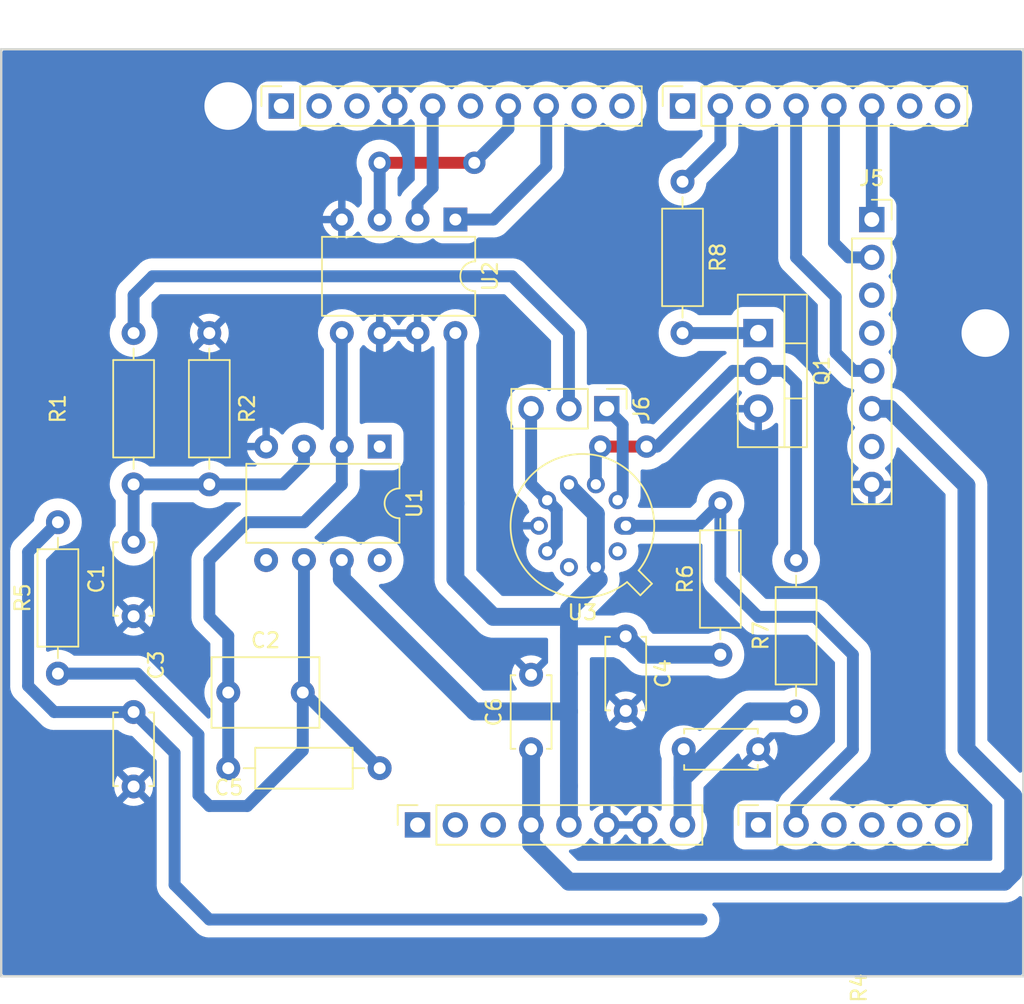
<source format=kicad_pcb>
(kicad_pcb (version 20221018) (generator pcbnew)
  (title_block (date "mar. 31 mars 2015"))
  (layers (0 "F.Cu" signal) (31 "B.Cu" signal) (34 "B.Paste" user) (35 "F.Paste" user) (36 "B.SilkS" user "B.Silkscreen") (37 "F.SilkS" user "F.Silkscreen") (38 "B.Mask" user) (39 "F.Mask" user) (44 "Edge.Cuts" user))
  (net 0 "")
  (net 1 "GND")
  (net 3 "+5V")
  (net 4 "/IOREF")
  (net 5 "+3.3V")
  (net 6 "SCK")
  (net 7 "/A2")
  (net 8 "/A3")
  (net 9 "/SDA{slash}A4")
  (net 10 "/SCL{slash}A5")
  (net 11 "MOSI")
  (net 12 "/12")
  (net 13 "/AREF")
  (net 14 "/8")
  (net 15 "/7")
  (net 16 "CS")
  (net 17 "ADC")
  (net 18 "/*9")
  (net 19 "VTEMP")
  (net 20 "PWM")
  (net 21 "RST")
  (net 22 "/*5")
  (net 23 "/TX{slash}1")
  (net 24 "TX")
  (net 25 "/RX{slash}0")
  (net 26 "RX")
  (net 27 "VCC")
  (net 28 "/~{RESET}")
  (net 32 "ISENS1")
  (net 33 "Net-(J6-Pin_2)")
  (net 34 "ISENS2")
  (net 35 "Net-(Q1-G)")
  (net 36 "VHEAT")
  (net 38 "R3")
  (net 39 "Net-(U1-+)")
  (net 41 "Net-(C2-Pad2)")
  (footprint "Connector_PinSocket_2.54mm:PinSocket_1x08_P2.54mm_Vertical" (layer "F.Cu") (at 127.94 97.46 90)
    (fp_text reference "J1" hide)
    (fp_text value "Power")
    (fp_line (start -1.33 1.27) (end -1.33 19.11) (stroke (width 0.12)) (layer "F.SilkS"))
    (fp_line (start -1.33 1.27) (end 1.33 1.27) (stroke (width 0.12)) (layer "F.SilkS"))
    (fp_line (start -1.33 19.11) (end 1.33 19.11) (stroke (width 0.12)) (layer "F.SilkS"))
    (fp_line (start 0 -1.33) (end 1.33 -1.33) (stroke (width 0.12)) (layer "F.SilkS"))
    (fp_line (start 1.33 -1.33) (end 1.33 0) (stroke (width 0.12)) (layer "F.SilkS"))
    (fp_line (start 1.33 1.27) (end 1.33 19.11) (stroke (width 0.12)) (layer "F.SilkS"))
    (pad "1" thru_hole rect locked (at 0 0 90) (size 1.7 1.7) (drill 1) (layers "*.Cu" "*.Mask"))
    (pad "2" thru_hole oval locked (at 0 2.54 90) (size 1.7 1.7) (drill 1) (layers "*.Cu" "*.Mask") (net 4 "/IOREF"))
    (pad "3" thru_hole oval locked (at 0 5.08 90) (size 1.7 1.7) (drill 1) (layers "*.Cu" "*.Mask") (net 28 "/~{RESET}"))
    (pad "4" thru_hole oval locked (at 0 7.62 90) (size 1.7 1.7) (drill 1) (layers "*.Cu" "*.Mask") (net 5 "+3.3V"))
    (pad "5" thru_hole oval locked (at 0 10.16 90) (size 1.7 1.7) (drill 1) (layers "*.Cu" "*.Mask") (net 3 "+5V"))
    (pad "6" thru_hole oval locked (at 0 12.7 90) (size 1.7 1.7) (drill 1) (layers "*.Cu" "*.Mask") (net 1 "GND"))
    (pad "7" thru_hole oval locked (at 0 15.24 90) (size 1.7 1.7) (drill 1) (layers "*.Cu" "*.Mask") (net 1 "GND"))
    (pad "8" thru_hole oval locked (at 0 17.78 90) (size 1.7 1.7) (drill 1) (layers "*.Cu" "*.Mask") (net 27 "VCC"))
  )
  (footprint "Connector_PinSocket_2.54mm:PinSocket_1x06_P2.54mm_Vertical" (layer "F.Cu") (at 150.8 97.46 90)
    (fp_text reference "J3" hide)
    (fp_text value "Analog")
    (fp_line (start -1.33 1.27) (end -1.33 14.03) (stroke (width 0.12)) (layer "F.SilkS"))
    (fp_line (start -1.33 1.27) (end 1.33 1.27) (stroke (width 0.12)) (layer "F.SilkS"))
    (fp_line (start -1.33 14.03) (end 1.33 14.03) (stroke (width 0.12)) (layer "F.SilkS"))
    (fp_line (start 0 -1.33) (end 1.33 -1.33) (stroke (width 0.12)) (layer "F.SilkS"))
    (fp_line (start 1.33 -1.33) (end 1.33 0) (stroke (width 0.12)) (layer "F.SilkS"))
    (fp_line (start 1.33 1.27) (end 1.33 14.03) (stroke (width 0.12)) (layer "F.SilkS"))
    (pad "1" thru_hole rect locked (at 0 0 90) (size 1.7 1.7) (drill 1) (layers "*.Cu" "*.Mask") (net 17 "ADC"))
    (pad "2" thru_hole oval locked (at 0 2.54 90) (size 1.7 1.7) (drill 1) (layers "*.Cu" "*.Mask") (net 19 "VTEMP"))
    (pad "3" thru_hole oval locked (at 0 5.08 90) (size 1.7 1.7) (drill 1) (layers "*.Cu" "*.Mask") (net 7 "/A2"))
    (pad "4" thru_hole oval locked (at 0 7.62 90) (size 1.7 1.7) (drill 1) (layers "*.Cu" "*.Mask") (net 8 "/A3"))
    (pad "5" thru_hole oval locked (at 0 10.16 90) (size 1.7 1.7) (drill 1) (layers "*.Cu" "*.Mask") (net 9 "/SDA{slash}A4"))
    (pad "6" thru_hole oval locked (at 0 12.7 90) (size 1.7 1.7) (drill 1) (layers "*.Cu" "*.Mask") (net 10 "/SCL{slash}A5"))
  )
  (footprint "Connector_PinSocket_2.54mm:PinSocket_1x10_P2.54mm_Vertical" (layer "F.Cu") (at 118.796 49.2 90)
    (fp_text reference "J2" hide)
    (fp_text value "Digital/PWM")
    (fp_line (start -1.33 1.27) (end -1.33 24.19) (stroke (width 0.12)) (layer "F.SilkS"))
    (fp_line (start -1.33 1.27) (end 1.33 1.27) (stroke (width 0.12)) (layer "F.SilkS"))
    (fp_line (start -1.33 24.19) (end 1.33 24.19) (stroke (width 0.12)) (layer "F.SilkS"))
    (fp_line (start 0 -1.33) (end 1.33 -1.33) (stroke (width 0.12)) (layer "F.SilkS"))
    (fp_line (start 1.33 -1.33) (end 1.33 0) (stroke (width 0.12)) (layer "F.SilkS"))
    (fp_line (start 1.33 1.27) (end 1.33 24.19) (stroke (width 0.12)) (layer "F.SilkS"))
    (pad "1" thru_hole rect locked (at 0 0 90) (size 1.7 1.7) (drill 1) (layers "*.Cu" "*.Mask") (net 10 "/SCL{slash}A5"))
    (pad "2" thru_hole oval locked (at 0 2.54 90) (size 1.7 1.7) (drill 1) (layers "*.Cu" "*.Mask") (net 9 "/SDA{slash}A4"))
    (pad "3" thru_hole oval locked (at 0 5.08 90) (size 1.7 1.7) (drill 1) (layers "*.Cu" "*.Mask") (net 13 "/AREF"))
    (pad "4" thru_hole oval locked (at 0 7.62 90) (size 1.7 1.7) (drill 1) (layers "*.Cu" "*.Mask") (net 1 "GND"))
    (pad "5" thru_hole oval locked (at 0 10.16 90) (size 1.7 1.7) (drill 1) (layers "*.Cu" "*.Mask") (net 6 "SCK"))
    (pad "6" thru_hole oval locked (at 0 12.7 90) (size 1.7 1.7) (drill 1) (layers "*.Cu" "*.Mask") (net 12 "/12"))
    (pad "7" thru_hole oval locked (at 0 15.24 90) (size 1.7 1.7) (drill 1) (layers "*.Cu" "*.Mask") (net 11 "MOSI"))
    (pad "8" thru_hole oval locked (at 0 17.78 90) (size 1.7 1.7) (drill 1) (layers "*.Cu" "*.Mask") (net 16 "CS"))
    (pad "9" thru_hole oval locked (at 0 20.32 90) (size 1.7 1.7) (drill 1) (layers "*.Cu" "*.Mask") (net 18 "/*9"))
    (pad "10" thru_hole oval locked (at 0 22.86 90) (size 1.7 1.7) (drill 1) (layers "*.Cu" "*.Mask") (net 14 "/8"))
  )
  (footprint "Connector_PinSocket_2.54mm:PinSocket_1x08_P2.54mm_Vertical" (layer "F.Cu") (at 145.72 49.2 90)
    (fp_text reference "J4" hide)
    (fp_text value "Digital/PWM")
    (fp_line (start -1.33 1.27) (end -1.33 19.11) (stroke (width 0.12)) (layer "F.SilkS"))
    (fp_line (start -1.33 1.27) (end 1.33 1.27) (stroke (width 0.12)) (layer "F.SilkS"))
    (fp_line (start -1.33 19.11) (end 1.33 19.11) (stroke (width 0.12)) (layer "F.SilkS"))
    (fp_line (start 0 -1.33) (end 1.33 -1.33) (stroke (width 0.12)) (layer "F.SilkS"))
    (fp_line (start 1.33 -1.33) (end 1.33 0) (stroke (width 0.12)) (layer "F.SilkS"))
    (fp_line (start 1.33 1.27) (end 1.33 19.11) (stroke (width 0.12)) (layer "F.SilkS"))
    (pad "1" thru_hole rect locked (at 0 0 90) (size 1.7 1.7) (drill 1) (layers "*.Cu" "*.Mask") (net 15 "/7"))
    (pad "2" thru_hole oval locked (at 0 2.54 90) (size 1.7 1.7) (drill 1) (layers "*.Cu" "*.Mask") (net 20 "PWM"))
    (pad "3" thru_hole oval locked (at 0 5.08 90) (size 1.7 1.7) (drill 1) (layers "*.Cu" "*.Mask") (net 22 "/*5"))
    (pad "4" thru_hole oval locked (at 0 7.62 90) (size 1.7 1.7) (drill 1) (layers "*.Cu" "*.Mask") (net 21 "RST"))
    (pad "5" thru_hole oval locked (at 0 10.16 90) (size 1.7 1.7) (drill 1) (layers "*.Cu" "*.Mask") (net 24 "TX"))
    (pad "6" thru_hole oval locked (at 0 12.7 90) (size 1.7 1.7) (drill 1) (layers "*.Cu" "*.Mask") (net 26 "RX"))
    (pad "7" thru_hole oval locked (at 0 15.24 90) (size 1.7 1.7) (drill 1) (layers "*.Cu" "*.Mask") (net 23 "/TX{slash}1"))
    (pad "8" thru_hole oval locked (at 0 17.78 90) (size 1.7 1.7) (drill 1) (layers "*.Cu" "*.Mask") (net 25 "/RX{slash}0"))
  )
  (footprint "Package_TO_SOT_THT:TO-220-3_Vertical" (layer "F.Cu") (at 150.8 64.44 -90)
    (fp_text reference "Q1" (at 2.54 -4.27 90) (layer "F.SilkS"))
    (fp_text value "IRF540N")
    (fp_line (start -2.58 -3.27) (end -2.58 1.371) (stroke (width 0.12)) (layer "F.SilkS"))
    (fp_line (start -2.58 -3.27) (end 7.66 -3.27) (stroke (width 0.12)) (layer "F.SilkS"))
    (fp_line (start -2.58 -1.76) (end 7.66 -1.76) (stroke (width 0.12)) (layer "F.SilkS"))
    (fp_line (start -2.58 1.371) (end 7.66 1.371) (stroke (width 0.12)) (layer "F.SilkS"))
    (fp_line (start 0.69 -3.27) (end 0.69 -1.76) (stroke (width 0.12)) (layer "F.SilkS"))
    (fp_line (start 4.391 -3.27) (end 4.391 -1.76) (stroke (width 0.12)) (layer "F.SilkS"))
    (fp_line (start 7.66 -3.27) (end 7.66 1.371) (stroke (width 0.12)) (layer "F.SilkS"))
    (pad "1" thru_hole rect (at 0 0 270) (size 1.905 2) (drill 1.1) (layers "*.Cu" "*.Mask") (net 35 "Net-(Q1-G)"))
    (pad "2" thru_hole oval (at 2.54 0 270) (size 1.905 2) (drill 1.1) (layers "*.Cu" "*.Mask") (net 36 "VHEAT"))
    (pad "3" thru_hole oval (at 5.08 0 270) (size 1.905 2) (drill 1.1) (layers "*.Cu" "*.Mask") (net 1 "GND"))
  )
  (footprint "Capacitor_THT:C_Rect_L7.0mm_W4.5mm_P5.00mm" (layer "F.Cu") (at 115.24 88.57)
    (fp_text reference "C2" (at 2.5 -3.5) (layer "F.SilkS"))
    (fp_text value "1u")
    (fp_line (start -1.12 -2.37) (end -1.12 2.37) (stroke (width 0.12)) (layer "F.SilkS"))
    (fp_line (start -1.12 -2.37) (end 6.12 -2.37) (stroke (width 0.12)) (layer "F.SilkS"))
    (fp_line (start -1.12 2.37) (end 6.12 2.37) (stroke (width 0.12)) (layer "F.SilkS"))
    (fp_line (start 6.12 -2.37) (end 6.12 2.37) (stroke (width 0.12)) (layer "F.SilkS"))
    (pad "1" thru_hole circle (at 0 0) (size 1.6 1.6) (drill 0.8) (layers "*.Cu" "*.Mask") (net 38 "R3"))
    (pad "2" thru_hole circle (at 5 0) (size 1.6 1.6) (drill 0.8) (layers "*.Cu" "*.Mask") (net 41 "Net-(C2-Pad2)"))
  )
  (footprint "Resistor_THT:R_Axial_DIN0207_L6.3mm_D2.5mm_P10.16mm_Horizontal" (layer "F.Cu") (at 115.24 93.65)
    (fp_text reference "R4" (at 42.32 14.76 90) (layer "F.SilkS"))
    (fp_text value "100k")
    (fp_line (start 1.04 0) (end 1.81 0) (stroke (width 0.12)) (layer "F.SilkS"))
    (fp_line (start 1.81 -1.37) (end 1.81 1.37) (stroke (width 0.12)) (layer "F.SilkS"))
    (fp_line (start 1.81 1.37) (end 8.35 1.37) (stroke (width 0.12)) (layer "F.SilkS"))
    (fp_line (start 8.35 -1.37) (end 1.81 -1.37) (stroke (width 0.12)) (layer "F.SilkS"))
    (fp_line (start 8.35 1.37) (end 8.35 -1.37) (stroke (width 0.12)) (layer "F.SilkS"))
    (fp_line (start 9.12 0) (end 8.35 0) (stroke (width 0.12)) (layer "F.SilkS"))
    (pad "1" thru_hole circle (at 0 0) (size 1.6 1.6) (drill 0.8) (layers "*.Cu" "*.Mask") (net 38 "R3"))
    (pad "2" thru_hole oval (at 10.16 0) (size 1.6 1.6) (drill 0.8) (layers "*.Cu" "*.Mask") (net 41 "Net-(C2-Pad2)"))
  )
  (footprint "Capacitor_THT:C_Disc_D4.7mm_W2.5mm_P5.00mm" (layer "F.Cu") (at 135.56 92.38 90)
    (fp_text reference "C6" (at 2.5 -2.5 90) (layer "F.SilkS"))
    (fp_text value "100n")
    (fp_line (start 0.03 -1.37) (end 0.03 -1.055) (stroke (width 0.12)) (layer "F.SilkS"))
    (fp_line (start 0.03 -1.37) (end 4.97 -1.37) (stroke (width 0.12)) (layer "F.SilkS"))
    (fp_line (start 0.03 1.055) (end 0.03 1.37) (stroke (width 0.12)) (layer "F.SilkS"))
    (fp_line (start 0.03 1.37) (end 4.97 1.37) (stroke (width 0.12)) (layer "F.SilkS"))
    (fp_line (start 4.97 -1.37) (end 4.97 -1.055) (stroke (width 0.12)) (layer "F.SilkS"))
    (fp_line (start 4.97 1.055) (end 4.97 1.37) (stroke (width 0.12)) (layer "F.SilkS"))
    (pad "1" thru_hole circle (at 0 0 90) (size 1.6 1.6) (drill 0.8) (layers "*.Cu" "*.Mask") (net 5 "+3.3V"))
    (pad "2" thru_hole circle (at 5 0 90) (size 1.6 1.6) (drill 0.8) (layers "*.Cu" "*.Mask") (net 1 "GND"))
  )
  (footprint "Package_DIP:DIP-8_W7.62mm" (layer "F.Cu") (at 130.48 56.82 -90)
    (fp_text reference "U2" (at 3.81 -2.33 90) (layer "F.SilkS"))
    (fp_text value "MCP41100")
    (fp_line (start 1.16 -1.33) (end 1.16 8.95) (stroke (width 0.12)) (layer "F.SilkS"))
    (fp_line (start 1.16 8.95) (end 6.46 8.95) (stroke (width 0.12)) (layer "F.SilkS"))
    (fp_line (start 2.81 -1.33) (end 1.16 -1.33) (stroke (width 0.12)) (layer "F.SilkS"))
    (fp_line (start 6.46 -1.33) (end 4.81 -1.33) (stroke (width 0.12)) (layer "F.SilkS"))
    (fp_line (start 6.46 8.95) (end 6.46 -1.33) (stroke (width 0.12)) (layer "F.SilkS"))
    (fp_arc (start 4.81 -1.33) (mid 3.81 -0.33) (end 2.81 -1.33) (stroke (width 0.12)) (layer "F.SilkS"))
    (pad "1" thru_hole rect (at 0 0 270) (size 1.6 1.6) (drill 0.8) (layers "*.Cu" "*.Mask") (net 16 "CS"))
    (pad "2" thru_hole oval (at 0 2.54 270) (size 1.6 1.6) (drill 0.8) (layers "*.Cu" "*.Mask") (net 6 "SCK"))
    (pad "3" thru_hole oval (at 0 5.08 270) (size 1.6 1.6) (drill 0.8) (layers "*.Cu" "*.Mask") (net 11 "MOSI"))
    (pad "4" thru_hole oval (at 0 7.62 270) (size 1.6 1.6) (drill 0.8) (layers "*.Cu" "*.Mask") (net 1 "GND"))
    (pad "5" thru_hole oval (at 7.62 7.62 270) (size 1.6 1.6) (drill 0.8) (layers "*.Cu" "*.Mask") (net 38 "R3"))
    (pad "6" thru_hole oval (at 7.62 5.08 270) (size 1.6 1.6) (drill 0.8) (layers "*.Cu" "*.Mask") (net 1 "GND"))
    (pad "7" thru_hole oval (at 7.62 2.54 270) (size 1.6 1.6) (drill 0.8) (layers "*.Cu" "*.Mask") (net 1 "GND"))
    (pad "8" thru_hole oval (at 7.62 0 270) (size 1.6 1.6) (drill 0.8) (layers "*.Cu" "*.Mask") (net 3 "+5V"))
  )
  (footprint "Capacitor_THT:C_Disc_D4.7mm_W2.5mm_P5.00mm" (layer "F.Cu") (at 108.89 83.45 90)
    (fp_text reference "C1" (at 2.5 -2.5 90) (layer "F.SilkS"))
    (fp_text value "100n")
    (fp_line (start 0.03 -1.37) (end 0.03 -1.055) (stroke (width 0.12)) (layer "F.SilkS"))
    (fp_line (start 0.03 -1.37) (end 4.97 -1.37) (stroke (width 0.12)) (layer "F.SilkS"))
    (fp_line (start 0.03 1.055) (end 0.03 1.37) (stroke (width 0.12)) (layer "F.SilkS"))
    (fp_line (start 0.03 1.37) (end 4.97 1.37) (stroke (width 0.12)) (layer "F.SilkS"))
    (fp_line (start 4.97 -1.37) (end 4.97 -1.055) (stroke (width 0.12)) (layer "F.SilkS"))
    (fp_line (start 4.97 1.055) (end 4.97 1.37) (stroke (width 0.12)) (layer "F.SilkS"))
    (pad "1" thru_hole circle (at 0 0 90) (size 1.6 1.6) (drill 0.8) (layers "*.Cu" "*.Mask") (net 1 "GND"))
    (pad "2" thru_hole circle (at 5 0 90) (size 1.6 1.6) (drill 0.8) (layers "*.Cu" "*.Mask") (net 39 "Net-(U1-+)"))
  )
  (footprint "Resistor_THT:R_Axial_DIN0207_L6.3mm_D2.5mm_P10.16mm_Horizontal" (layer "F.Cu") (at 145.72 54.28 -90)
    (fp_text reference "R8" (at 5.08 -2.37 90) (layer "F.SilkS"))
    (fp_text value "1k")
    (fp_line (start 1.04 0) (end 1.81 0) (stroke (width 0.12)) (layer "F.SilkS"))
    (fp_line (start 1.81 -1.37) (end 1.81 1.37) (stroke (width 0.12)) (layer "F.SilkS"))
    (fp_line (start 1.81 1.37) (end 8.35 1.37) (stroke (width 0.12)) (layer "F.SilkS"))
    (fp_line (start 8.35 -1.37) (end 1.81 -1.37) (stroke (width 0.12)) (layer "F.SilkS"))
    (fp_line (start 8.35 1.37) (end 8.35 -1.37) (stroke (width 0.12)) (layer "F.SilkS"))
    (fp_line (start 9.12 0) (end 8.35 0) (stroke (width 0.12)) (layer "F.SilkS"))
    (pad "1" thru_hole circle (at 0 0 270) (size 1.6 1.6) (drill 0.8) (layers "*.Cu" "*.Mask") (net 20 "PWM"))
    (pad "2" thru_hole oval (at 10.16 0 270) (size 1.6 1.6) (drill 0.8) (layers "*.Cu" "*.Mask") (net 35 "Net-(Q1-G)"))
  )
  (footprint "Arduino_MountingHole:MountingHole_3.2mm" (layer "F.Cu") (at 115.24 49.2)
    (fp_text reference "MH1" hide)
    (fp_text value "MountingHole_3.2mm" hide)
    (pad "" np_thru_hole circle locked (at 0 0) (size 3.2 3.2) (drill 3.2) (layers "*.Cu" "*.Mask"))
  )
  (footprint "Package_DIP:DIP-8_W7.62mm" (layer "F.Cu") (at 125.4 72.06 -90)
    (fp_text reference "U1" (at 3.81 -2.33 90) (layer "F.SilkS"))
    (fp_text value "LTC1050")
    (fp_line (start 1.16 -1.33) (end 1.16 8.95) (stroke (width 0.12)) (layer "F.SilkS"))
    (fp_line (start 1.16 8.95) (end 6.46 8.95) (stroke (width 0.12)) (layer "F.SilkS"))
    (fp_line (start 2.81 -1.33) (end 1.16 -1.33) (stroke (width 0.12)) (layer "F.SilkS"))
    (fp_line (start 6.46 -1.33) (end 4.81 -1.33) (stroke (width 0.12)) (layer "F.SilkS"))
    (fp_line (start 6.46 8.95) (end 6.46 -1.33) (stroke (width 0.12)) (layer "F.SilkS"))
    (fp_arc (start 4.81 -1.33) (mid 3.81 -0.33) (end 2.81 -1.33) (stroke (width 0.12)) (layer "F.SilkS"))
    (pad "1" thru_hole rect (at 0 0 270) (size 1.6 1.6) (drill 0.8) (layers "*.Cu" "*.Mask"))
    (pad "2" thru_hole oval (at 0 2.54 270) (size 1.6 1.6) (drill 0.8) (layers "*.Cu" "*.Mask") (net 38 "R3"))
    (pad "3" thru_hole oval (at 0 5.08 270) (size 1.6 1.6) (drill 0.8) (layers "*.Cu" "*.Mask") (net 39 "Net-(U1-+)"))
    (pad "4" thru_hole oval (at 0 7.62 270) (size 1.6 1.6) (drill 0.8) (layers "*.Cu" "*.Mask") (net 1 "GND"))
    (pad "5" thru_hole oval (at 7.62 7.62 270) (size 1.6 1.6) (drill 0.8) (layers "*.Cu" "*.Mask"))
    (pad "6" thru_hole oval (at 7.62 5.08 270) (size 1.6 1.6) (drill 0.8) (layers "*.Cu" "*.Mask") (net 41 "Net-(C2-Pad2)"))
    (pad "7" thru_hole oval (at 7.62 2.54 270) (size 1.6 1.6) (drill 0.8) (layers "*.Cu" "*.Mask") (net 3 "+5V"))
    (pad "8" thru_hole oval (at 7.62 0 270) (size 1.6 1.6) (drill 0.8) (layers "*.Cu" "*.Mask"))
  )
  (footprint "Resistor_THT:R_Axial_DIN0207_L6.3mm_D2.5mm_P10.16mm_Horizontal" (layer "F.Cu") (at 108.89 64.44 -90)
    (fp_text reference "R1" (at 5.08 5.08 90) (layer "F.SilkS"))
    (fp_text value "10k")
    (fp_line (start 1.04 0) (end 1.81 0) (stroke (width 0.12)) (layer "F.SilkS"))
    (fp_line (start 1.81 -1.37) (end 1.81 1.37) (stroke (width 0.12)) (layer "F.SilkS"))
    (fp_line (start 1.81 1.37) (end 8.35 1.37) (stroke (width 0.12)) (layer "F.SilkS"))
    (fp_line (start 8.35 -1.37) (end 1.81 -1.37) (stroke (width 0.12)) (layer "F.SilkS"))
    (fp_line (start 8.35 1.37) (end 8.35 -1.37) (stroke (width 0.12)) (layer "F.SilkS"))
    (fp_line (start 9.12 0) (end 8.35 0) (stroke (width 0.12)) (layer "F.SilkS"))
    (pad "1" thru_hole circle (at 0 0 270) (size 1.6 1.6) (drill 0.8) (layers "*.Cu" "*.Mask") (net 33 "Net-(J6-Pin_2)"))
    (pad "2" thru_hole oval (at 10.16 0 270) (size 1.6 1.6) (drill 0.8) (layers "*.Cu" "*.Mask") (net 39 "Net-(U1-+)"))
  )
  (footprint "Capacitor_THT:C_Disc_D4.7mm_W2.5mm_P5.00mm" (layer "F.Cu") (at 145.8 92.38)
    (fp_text reference "C5" (at -30.52 2.58) (layer "F.SilkS"))
    (fp_text value "100n")
    (fp_line (start 0.03 -1.37) (end 0.03 -1.055) (stroke (width 0.12)) (layer "F.SilkS"))
    (fp_line (start 0.03 -1.37) (end 4.97 -1.37) (stroke (width 0.12)) (layer "F.SilkS"))
    (fp_line (start 0.03 1.055) (end 0.03 1.37) (stroke (width 0.12)) (layer "F.SilkS"))
    (fp_line (start 0.03 1.37) (end 4.97 1.37) (stroke (width 0.12)) (layer "F.SilkS"))
    (fp_line (start 4.97 -1.37) (end 4.97 -1.055) (stroke (width 0.12)) (layer "F.SilkS"))
    (fp_line (start 4.97 1.055) (end 4.97 1.37) (stroke (width 0.12)) (layer "F.SilkS"))
    (pad "1" thru_hole circle (at 0 0) (size 1.6 1.6) (drill 0.8) (layers "*.Cu" "*.Mask") (net 27 "VCC"))
    (pad "2" thru_hole circle (at 5 0) (size 1.6 1.6) (drill 0.8) (layers "*.Cu" "*.Mask") (net 1 "GND"))
  )
  (footprint "Resistor_THT:R_Axial_DIN0207_L6.3mm_D2.5mm_P10.16mm_Horizontal" (layer "F.Cu") (at 103.81 87.3 90)
    (fp_text reference "R5" (at 5.08 -2.37 90) (layer "F.SilkS"))
    (fp_text value "1k")
    (fp_line (start 1.04 0) (end 1.81 0) (stroke (width 0.12)) (layer "F.SilkS"))
    (fp_line (start 1.81 -1.37) (end 1.81 1.37) (stroke (width 0.12)) (layer "F.SilkS"))
    (fp_line (start 1.81 1.37) (end 8.35 1.37) (stroke (width 0.12)) (layer "F.SilkS"))
    (fp_line (start 8.35 -1.37) (end 1.81 -1.37) (stroke (width 0.12)) (layer "F.SilkS"))
    (fp_line (start 8.35 1.37) (end 8.35 -1.37) (stroke (width 0.12)) (layer "F.SilkS"))
    (fp_line (start 9.12 0) (end 8.35 0) (stroke (width 0.12)) (layer "F.SilkS"))
    (pad "1" thru_hole circle (at 0 0 90) (size 1.6 1.6) (drill 0.8) (layers "*.Cu" "*.Mask") (net 41 "Net-(C2-Pad2)"))
    (pad "2" thru_hole oval (at 10.16 0 90) (size 1.6 1.6) (drill 0.8) (layers "*.Cu" "*.Mask") (net 17 "ADC"))
  )
  (footprint "Connector_PinSocket_2.54mm:PinSocket_1x08_P2.54mm_Vertical" (layer "F.Cu") (at 158.42 56.82)
    (fp_text reference "J5" (at 0 -2.77) (layer "F.SilkS"))
    (fp_text value "Conn_01x08_Socket")
    (fp_line (start -1.33 1.27) (end -1.33 19.11) (stroke (width 0.12)) (layer "F.SilkS"))
    (fp_line (start -1.33 1.27) (end 1.33 1.27) (stroke (width 0.12)) (layer "F.SilkS"))
    (fp_line (start -1.33 19.11) (end 1.33 19.11) (stroke (width 0.12)) (layer "F.SilkS"))
    (fp_line (start 0 -1.33) (end 1.33 -1.33) (stroke (width 0.12)) (layer "F.SilkS"))
    (fp_line (start 1.33 -1.33) (end 1.33 0) (stroke (width 0.12)) (layer "F.SilkS"))
    (fp_line (start 1.33 1.27) (end 1.33 19.11) (stroke (width 0.12)) (layer "F.SilkS"))
    (pad "1" thru_hole rect (at 0 0) (size 1.7 1.7) (drill 1) (layers "*.Cu" "*.Mask") (net 26 "RX"))
    (pad "2" thru_hole oval (at 0 2.54) (size 1.7 1.7) (drill 1) (layers "*.Cu" "*.Mask") (net 24 "TX"))
    (pad "3" thru_hole oval (at 0 5.08) (size 1.7 1.7) (drill 1) (layers "*.Cu" "*.Mask"))
    (pad "4" thru_hole oval (at 0 7.62) (size 1.7 1.7) (drill 1) (layers "*.Cu" "*.Mask"))
    (pad "5" thru_hole oval (at 0 10.16) (size 1.7 1.7) (drill 1) (layers "*.Cu" "*.Mask") (net 21 "RST"))
    (pad "6" thru_hole oval (at 0 12.7) (size 1.7 1.7) (drill 1) (layers "*.Cu" "*.Mask") (net 5 "+3.3V"))
    (pad "7" thru_hole oval (at 0 15.24) (size 1.7 1.7) (drill 1) (layers "*.Cu" "*.Mask"))
    (pad "8" thru_hole oval (at 0 17.78) (size 1.7 1.7) (drill 1) (layers "*.Cu" "*.Mask") (net 1 "GND"))
  )
  (footprint "Resistor_THT:R_Axial_DIN0207_L6.3mm_D2.5mm_P10.16mm_Horizontal" (layer "F.Cu") (at 113.97 64.44 -90)
    (fp_text reference "R2" (at 5.08 -2.54 90) (layer "F.SilkS"))
    (fp_text value "100k")
    (fp_line (start 1.04 0) (end 1.81 0) (stroke (width 0.12)) (layer "F.SilkS"))
    (fp_line (start 1.81 -1.37) (end 1.81 1.37) (stroke (width 0.12)) (layer "F.SilkS"))
    (fp_line (start 1.81 1.37) (end 8.35 1.37) (stroke (width 0.12)) (layer "F.SilkS"))
    (fp_line (start 8.35 -1.37) (end 1.81 -1.37) (stroke (width 0.12)) (layer "F.SilkS"))
    (fp_line (start 8.35 1.37) (end 8.35 -1.37) (stroke (width 0.12)) (layer "F.SilkS"))
    (fp_line (start 9.12 0) (end 8.35 0) (stroke (width 0.12)) (layer "F.SilkS"))
    (pad "1" thru_hole circle (at 0 0 270) (size 1.6 1.6) (drill 0.8) (layers "*.Cu" "*.Mask") (net 1 "GND"))
    (pad "2" thru_hole oval (at 10.16 0 270) (size 1.6 1.6) (drill 0.8) (layers "*.Cu" "*.Mask") (net 39 "Net-(U1-+)"))
  )
  (footprint "Capacitor_THT:C_Disc_D4.7mm_W2.5mm_P5.00mm" (layer "F.Cu") (at 108.89 89.88 -90)
    (fp_text reference "C3" (at -3.15 -1.51 90) (layer "F.SilkS"))
    (fp_text value "100n")
    (fp_line (start 0.03 -1.37) (end 0.03 -1.055) (stroke (width 0.12)) (layer "F.SilkS"))
    (fp_line (start 0.03 -1.37) (end 4.97 -1.37) (stroke (width 0.12)) (layer "F.SilkS"))
    (fp_line (start 0.03 1.055) (end 0.03 1.37) (stroke (width 0.12)) (layer "F.SilkS"))
    (fp_line (start 0.03 1.37) (end 4.97 1.37) (stroke (width 0.12)) (layer "F.SilkS"))
    (fp_line (start 4.97 -1.37) (end 4.97 -1.055) (stroke (width 0.12)) (layer "F.SilkS"))
    (fp_line (start 4.97 1.055) (end 4.97 1.37) (stroke (width 0.12)) (layer "F.SilkS"))
    (pad "1" thru_hole circle (at 0 0 270) (size 1.6 1.6) (drill 0.8) (layers "*.Cu" "*.Mask") (net 17 "ADC"))
    (pad "2" thru_hole circle (at 5 0 270) (size 1.6 1.6) (drill 0.8) (layers "*.Cu" "*.Mask") (net 1 "GND"))
  )
  (footprint "Capacitor_THT:C_Disc_D4.7mm_W2.5mm_P5.00mm" (layer "F.Cu") (at 141.91 84.8 -90)
    (fp_text reference "C4" (at 2.5 -2.5 90) (layer "F.SilkS"))
    (fp_text value "100n")
    (fp_line (start 0.03 -1.37) (end 0.03 -1.055) (stroke (width 0.12)) (layer "F.SilkS"))
    (fp_line (start 0.03 -1.37) (end 4.97 -1.37) (stroke (width 0.12)) (layer "F.SilkS"))
    (fp_line (start 0.03 1.055) (end 0.03 1.37) (stroke (width 0.12)) (layer "F.SilkS"))
    (fp_line (start 0.03 1.37) (end 4.97 1.37) (stroke (width 0.12)) (layer "F.SilkS"))
    (fp_line (start 4.97 -1.37) (end 4.97 -1.055) (stroke (width 0.12)) (layer "F.SilkS"))
    (fp_line (start 4.97 1.055) (end 4.97 1.37) (stroke (width 0.12)) (layer "F.SilkS"))
    (pad "1" thru_hole circle (at 0 0 270) (size 1.6 1.6) (drill 0.8) (layers "*.Cu" "*.Mask") (net 3 "+5V"))
    (pad "2" thru_hole circle (at 5 0 270) (size 1.6 1.6) (drill 0.8) (layers "*.Cu" "*.Mask") (net 1 "GND"))
  )
  (footprint "Package_TO_SOT_THT:TO-5-10" (layer "F.Cu") (at 141.92233 77.377085 180)
    (fp_text reference "U3" (at 2.92 -5.82) (layer "F.SilkS"))
    (fp_text value "~")
    (fp_line (start -1.745856 -3.888039) (end -0.854902 -2.997084) (stroke (width 0.12)) (layer "F.SilkS"))
    (fp_line (start -0.968039 -4.665856) (end -1.745856 -3.888039) (stroke (width 0.12)) (layer "F.SilkS"))
    (fp_line (start -0.077084 -3.774902) (end -0.968039 -4.665856) (stroke (width 0.12)) (layer "F.SilkS"))
    (fp_arc (start -0.077084 -3.774902) (mid 6.328125 3.408384) (end -0.854674 -2.997371) (stroke (width 0.12)) (layer "F.SilkS"))
    (pad "1" thru_hole oval (at 0 0 180) (size 1.6 1.2) (drill 0.7) (layers "*.Cu" "*.Mask") (net 19 "VTEMP"))
    (pad "2" thru_hole oval (at 0.55767 1.716333 180) (size 1.2 1.2) (drill 0.7) (layers "*.Cu" "*.Mask") (net 32 "ISENS1"))
    (pad "3" thru_hole oval (at 2.01767 2.777085 180) (size 1.2 1.2) (drill 0.7) (layers "*.Cu" "*.Mask") (net 36 "VHEAT"))
    (pad "4" thru_hole oval (at 3.82233 2.777085 180) (size 1.2 1.2) (drill 0.7) (layers "*.Cu" "*.Mask") (net 3 "+5V"))
    (pad "5" thru_hole oval (at 5.28233 1.716333 180) (size 1.2 1.2) (drill 0.7) (layers "*.Cu" "*.Mask") (net 34 "ISENS2"))
    (pad "6" thru_hole oval (at 5.84 0 180) (size 1.2 1.2) (drill 0.7) (layers "*.Cu" "*.Mask") (net 1 "GND"))
    (pad "7" thru_hole oval (at 5.28233 -1.716333 180) (size 1.2 1.2) (drill 0.7) (layers "*.Cu" "*.Mask") (net 34 "ISENS2"))
    (pad "8" thru_hole oval (at 3.82233 -2.777085 180) (size 1.2 1.2) (drill 0.7) (layers "*.Cu" "*.Mask") (net 1 "GND"))
    (pad "9" thru_hole oval (at 2.01767 -2.777085 180) (size 1.2 1.2) (drill 0.7) (layers "*.Cu" "*.Mask") (net 3 "+5V"))
    (pad "10" thru_hole oval (at 0.55767 -1.716333 180) (size 1.2 1.2) (drill 0.7) (layers "*.Cu" "*.Mask"))
  )
  (footprint "Resistor_THT:R_Axial_DIN0207_L6.3mm_D2.5mm_P10.16mm_Horizontal" (layer "F.Cu") (at 148.26 86.03 90)
    (fp_text reference "R6" (at 5.08 -2.37 90) (layer "F.SilkS"))
    (fp_text value "100k")
    (fp_line (start 1.04 0) (end 1.81 0) (stroke (width 0.12)) (layer "F.SilkS"))
    (fp_line (start 1.81 -1.37) (end 1.81 1.37) (stroke (width 0.12)) (layer "F.SilkS"))
    (fp_line (start 1.81 1.37) (end 8.35 1.37) (stroke (width 0.12)) (layer "F.SilkS"))
    (fp_line (start 8.35 -1.37) (end 1.81 -1.37) (stroke (width 0.12)) (layer "F.SilkS"))
    (fp_line (start 8.35 1.37) (end 8.35 -1.37) (stroke (width 0.12)) (layer "F.SilkS"))
    (fp_line (start 9.12 0) (end 8.35 0) (stroke (width 0.12)) (layer "F.SilkS"))
    (pad "1" thru_hole circle (at 0 0 90) (size 1.6 1.6) (drill 0.8) (layers "*.Cu" "*.Mask") (net 3 "+5V"))
    (pad "2" thru_hole oval (at 10.16 0 90) (size 1.6 1.6) (drill 0.8) (layers "*.Cu" "*.Mask") (net 19 "VTEMP"))
  )
  (footprint "Arduino_MountingHole:MountingHole_3.2mm" (layer "F.Cu") (at 166.04 64.44)
    (fp_text reference "MH3" hide)
    (fp_text value "MountingHole_3.2mm" hide)
    (pad "" np_thru_hole circle locked (at 0 0) (size 3.2 3.2) (drill 3.2) (layers "*.Cu" "*.Mask"))
  )
  (footprint "Resistor_THT:R_Axial_DIN0207_L6.3mm_D2.5mm_P10.16mm_Horizontal" (layer "F.Cu") (at 153.34 89.84 90)
    (fp_text reference "R7" (at 5.08 -2.37 90) (layer "F.SilkS"))
    (fp_text value "10k")
    (fp_line (start 1.04 0) (end 1.81 0) (stroke (width 0.12)) (layer "F.SilkS"))
    (fp_line (start 1.81 -1.37) (end 1.81 1.37) (stroke (width 0.12)) (layer "F.SilkS"))
    (fp_line (start 1.81 1.37) (end 8.35 1.37) (stroke (width 0.12)) (layer "F.SilkS"))
    (fp_line (start 8.35 -1.37) (end 1.81 -1.37) (stroke (width 0.12)) (layer "F.SilkS"))
    (fp_line (start 8.35 1.37) (end 8.35 -1.37) (stroke (width 0.12)) (layer "F.SilkS"))
    (fp_line (start 9.12 0) (end 8.35 0) (stroke (width 0.12)) (layer "F.SilkS"))
    (pad "1" thru_hole circle (at 0 0 90) (size 1.6 1.6) (drill 0.8) (layers "*.Cu" "*.Mask") (net 27 "VCC"))
    (pad "2" thru_hole oval (at 10.16 0 90) (size 1.6 1.6) (drill 0.8) (layers "*.Cu" "*.Mask") (net 36 "VHEAT"))
  )
  (footprint "Connector_PinHeader_2.54mm:PinHeader_1x03_P2.54mm_Vertical" (layer "F.Cu") (at 140.64 69.52 -90)
    (fp_text reference "J6" (at 0 -2.33 90) (layer "F.SilkS"))
    (fp_text value "Conn_01x03_Pin")
    (fp_line (start -1.33 -1.33) (end 0 -1.33) (stroke (width 0.12)) (layer "F.SilkS"))
    (fp_line (start -1.33 0) (end -1.33 -1.33) (stroke (width 0.12)) (layer "F.SilkS"))
    (fp_line (start -1.33 1.27) (end -1.33 6.41) (stroke (width 0.12)) (layer "F.SilkS"))
    (fp_line (start -1.33 1.27) (end 1.33 1.27) (stroke (width 0.12)) (layer "F.SilkS"))
    (fp_line (start -1.33 6.41) (end 1.33 6.41) (stroke (width 0.12)) (layer "F.SilkS"))
    (fp_line (start 1.33 1.27) (end 1.33 6.41) (stroke (width 0.12)) (layer "F.SilkS"))
    (pad "1" thru_hole rect (at 0 0 270) (size 1.7 1.7) (drill 1) (layers "*.Cu" "*.Mask") (net 32 "ISENS1"))
    (pad "2" thru_hole oval (at 0 2.54 270) (size 1.7 1.7) (drill 1) (layers "*.Cu" "*.Mask") (net 33 "Net-(J6-Pin_2)"))
    (pad "3" thru_hole oval (at 0 5.08 270) (size 1.7 1.7) (drill 1) (layers "*.Cu" "*.Mask") (net 34 "ISENS2"))
  )
  (gr_line (start 100 107.62) (end 100 45.39) (stroke (width 0.15)) (layer "Edge.Cuts"))
  (gr_line (start 168.58 45.39) (end 168.58 107.62) (stroke (width 0.15)) (layer "Edge.Cuts"))
  (gr_line (start 168.58 107.62) (end 100 107.62) (stroke (width 0.15)) (layer "Edge.Cuts"))
  (gr_line (start 100 45.39) (end 168.58 45.39) (stroke (width 0.15)) (layer "Edge.Cuts"))
  (segment (start 138.1 87.3) (end 138.1 84.76) (width 1.2) (layer "B.Cu") (net 3))
  (segment (start 133.02 83.49) (end 138.1 83.49) (width 1.2) (layer "B.Cu") (net 3))
  (segment (start 139.90466 76.579899) (end 139.90466 80.15417) (width 1.2) (layer "B.Cu") (net 3))
  (segment (start 143.14 86.03) (end 141.91 84.8) (width 1.2) (layer "B.Cu") (net 3))
  (segment (start 130.48 80.95) (end 133.02 83.49) (width 1.2) (layer "B.Cu") (net 3))
  (segment (start 138.1 94.84) (end 138.1 89.84) (width 1.2) (layer "B.Cu") (net 3))
  (segment (start 122.86 80.95) (end 131.75 89.84) (width 1.2) (layer "B.Cu") (net 3))
  (segment (start 148.26 86.03) (end 143.14 86.03) (width 1.2) (layer "B.Cu") (net 3))
  (segment (start 131.75 89.84) (end 138.1 89.84) (width 1.2) (layer "B.Cu") (net 3))
  (segment (start 138.14 84.8) (end 138.1 84.76) (width 1.2) (layer "B.Cu") (net 3))
  (segment (start 138.1 83.49) (end 138.1 82.982598) (width 1.2) (layer "B.Cu") (net 3))
  (segment (start 138.1 89.84) (end 138.1 87.3) (width 1.2) (layer "B.Cu") (net 3))
  (segment (start 138.1 74.775239) (end 139.90466 76.579899) (width 1.2) (layer "B.Cu") (net 3))
  (segment (start 138.1 84.76) (end 138.1 83.49) (width 1.2) (layer "B.Cu") (net 3))
  (segment (start 122.86 79.68) (end 122.86 80.95) (width 1.2) (layer "B.Cu") (net 3))
  (segment (start 141.91 84.8) (end 138.14 84.8) (width 1.2) (layer "B.Cu") (net 3))
  (segment (start 138.1 97.46) (end 138.1 94.84) (width 1.2) (layer "B.Cu") (net 3))
  (segment (start 138.1 74.6) (end 138.1 74.775239) (width 1.2) (layer "B.Cu") (net 3))
  (segment (start 130.48 64.44) (end 130.48 75.87) (width 1.2) (layer "B.Cu") (net 3))
  (segment (start 130.48 75.87) (end 130.48 80.95) (width 1.2) (layer "B.Cu") (net 3))
  (segment (start 138.1 82.982598) (end 140.1 80.982598) (width 1.2) (layer "B.Cu") (net 3))
  (segment (start 158.42 69.52) (end 159.622081 69.52) (width 1.2) (layer "B.Cu") (net 5))
  (segment (start 164.77 92.38) (end 167.905 95.515) (width 1.2) (layer "B.Cu") (net 5))
  (segment (start 167.905 100.675) (end 167.31 101.27) (width 1.2) (layer "B.Cu") (net 5))
  (segment (start 135.56 92.38) (end 135.56 97.46) (width 1.2) (layer "B.Cu") (net 5))
  (segment (start 164.77 74.667919) (end 164.77 92.38) (width 1.2) (layer "B.Cu") (net 5))
  (segment (start 138.1 101.27) (end 135.56 98.73) (width 1.2) (layer "B.Cu") (net 5))
  (segment (start 167.905 95.515) (end 167.905 100.675) (width 1.2) (layer "B.Cu") (net 5))
  (segment (start 135.56 98.73) (end 135.56 97.46) (width 1.2) (layer "B.Cu") (net 5))
  (segment (start 159.622081 69.52) (end 164.77 74.667919) (width 1.2) (layer "B.Cu") (net 5))
  (segment (start 167.31 101.27) (end 138.1 101.27) (width 1.2) (layer "B.Cu") (net 5))
  (segment (start 127.94 56.82) (end 127.94 55.68863) (width 0.8) (layer "B.Cu") (net 6))
  (segment (start 128.956 54.67263) (end 128.956 49.2) (width 0.8) (layer "B.Cu") (net 6))
  (segment (start 127.94 55.68863) (end 128.956 54.67263) (width 0.8) (layer "B.Cu") (net 6))
  (segment (start 131.75 53.01) (end 125.4 53.01) (width 0.8) (layer "F.Cu") (net 11))
  (via (at 125.4 53.01) (size 1.5) (drill 0.8) (layers "F.Cu" "B.Cu") (net 11))
  (via (at 131.75 53.01) (size 1.5) (drill 0.8) (layers "F.Cu" "B.Cu") (net 11))
  (segment (start 134.036 49.2) (end 134.036 50.724) (width 0.8) (layer "B.Cu") (net 11))
  (segment (start 134.036 50.724) (end 131.75 53.01) (width 0.8) (layer "B.Cu") (net 11))
  (segment (start 125.4 56.82) (end 125.4 53.01) (width 0.8) (layer "B.Cu") (net 11))
  (segment (start 136.576 53.264) (end 136.576 49.2) (width 0.8) (layer "B.Cu") (net 16))
  (segment (start 133.02 56.82) (end 136.576 53.264) (width 0.8) (layer "B.Cu") (net 16))
  (segment (start 130.48 56.82) (end 133.02 56.82) (width 0.8) (layer "B.Cu") (net 16))
  (segment (start 103.81 77.14) (end 101.81 79.14) (width 0.8) (layer "B.Cu") (net 17))
  (segment (start 111.64 101.48) (end 113.97 103.81) (width 0.8) (layer "B.Cu") (net 17))
  (segment (start 108.89 89.88) (end 111.64 92.63) (width 0.8) (layer "B.Cu") (net 17))
  (segment (start 111.64 92.63) (end 111.64 101.48) (width 0.8) (layer "B.Cu") (net 17))
  (segment (start 101.81 88.128428) (end 103.561572 89.88) (width 0.8) (layer "B.Cu") (net 17))
  (segment (start 103.561572 89.88) (end 108.89 89.88) (width 0.8) (layer "B.Cu") (net 17))
  (segment (start 101.81 79.14) (end 101.81 88.128428) (width 0.8) (layer "B.Cu") (net 17))
  (segment (start 113.97 103.81) (end 146.99 103.81) (width 0.8) (layer "B.Cu") (net 17))
  (segment (start 150.8 83.49) (end 148.26 80.95) (width 0.8) (layer "B.Cu") (net 19))
  (segment (start 157.15 86.03) (end 154.61 83.49) (width 0.8) (layer "B.Cu") (net 19))
  (segment (start 157.15 92.38) (end 157.15 86.03) (width 0.8) (layer "B.Cu") (net 19))
  (segment (start 146.752915 77.377085) (end 141.92233 77.377085) (width 0.8) (layer "B.Cu") (net 19))
  (segment (start 148.26 80.95) (end 148.26 75.87) (width 0.8) (layer "B.Cu") (net 19))
  (segment (start 153.34 97.46) (end 153.34 96.19) (width 0.8) (layer "B.Cu") (net 19))
  (segment (start 153.34 96.19) (end 157.15 92.38) (width 0.8) (layer "B.Cu") (net 19))
  (segment (start 154.61 83.49) (end 150.8 83.49) (width 0.8) (layer "B.Cu") (net 19))
  (segment (start 148.26 75.87) (end 146.752915 77.377085) (width 0.8) (layer "B.Cu") (net 19))
  (segment (start 145.72 54.28) (end 148.26 51.74) (width 0.8) (layer "B.Cu") (net 20))
  (segment (start 148.26 51.74) (end 148.26 49.2) (width 0.8) (layer "B.Cu") (net 20))
  (segment (start 156 62.02) (end 153.34 59.36) (width 0.8) (layer "B.Cu") (net 21))
  (segment (start 153.34 59.36) (end 153.34 49.2) (width 0.8) (layer "B.Cu") (net 21))
  (segment (start 157.217919 66.98) (end 156 65.762081) (width 0.8) (layer "B.Cu") (net 21))
  (segment (start 156 65.762081) (end 156 62.02) (width 0.8) (layer "B.Cu") (net 21))
  (segment (start 158.42 66.98) (end 157.217919 66.98) (width 0.8) (layer "B.Cu") (net 21))
  (segment (start 156.86 59.36) (end 155.88 58.38) (width 0.8) (layer "B.Cu") (net 24))
  (segment (start 155.88 58.38) (end 155.88 49.2) (width 0.8) (layer "B.Cu") (net 24))
  (segment (start 158.42 59.36) (end 156.86 59.36) (width 0.8) (layer "B.Cu") (net 24))
  (segment (start 158.42 49.2) (end 158.42 56.82) (width 0.8) (layer "B.Cu") (net 26))
  (segment (start 145.72 97.46) (end 145.72 94.92) (width 1.2) (layer "B.Cu") (net 27))
  (segment (start 145.72 94.92) (end 145.72 92.46) (width 1.2) (layer "B.Cu") (net 27))
  (segment (start 150.22873 89.84) (end 145.72 94.34873) (width 1.2) (layer "B.Cu") (net 27))
  (segment (start 145.72 94.34873) (end 145.72 94.92) (width 1.2) (layer "B.Cu") (net 27))
  (segment (start 153.34 89.84) (end 150.22873 89.84) (width 1.2) (layer "B.Cu") (net 27))
  (segment (start 140.64 69.52) (end 141.70466 70.58466) (width 0.8) (layer "B.Cu") (net 32))
  (segment (start 141.70466 70.58466) (end 141.70466 75.345585) (width 0.8) (layer "B.Cu") (net 32))
  (segment (start 138.1 64.44) (end 138.1 69.52) (width 0.8) (layer "B.Cu") (net 33))
  (segment (start 108.89 61.9) (end 110.16 60.63) (width 0.8) (layer "B.Cu") (net 33))
  (segment (start 110.16 60.63) (end 134.29 60.63) (width 0.8) (layer "B.Cu") (net 33))
  (segment (start 108.89 64.44) (end 108.89 61.9) (width 0.8) (layer "B.Cu") (net 33))
  (segment (start 134.29 60.63) (end 138.1 64.44) (width 0.8) (layer "B.Cu") (net 33))
  (segment (start 135.56 74.580752) (end 136.64 75.660752) (width 0.8) (layer "B.Cu") (net 34))
  (segment (start 136.64 75.660752) (end 137.28233 76.303082) (width 0.8) (layer "B.Cu") (net 34))
  (segment (start 135.56 69.52) (end 135.56 74.580752) (width 0.8) (layer "B.Cu") (net 34))
  (segment (start 137.28233 76.303082) (end 137.28233 78.451088) (width 0.8) (layer "B.Cu") (net 34))
  (segment (start 137.28233 78.451088) (end 136.64 79.093418) (width 0.8) (layer "B.Cu") (net 34))
  (segment (start 150.8 64.44) (end 145.72 64.44) (width 0.8) (layer "B.Cu") (net 35))
  (segment (start 143.30466 72.06) (end 140.20516 72.06) (width 0.8) (layer "F.Cu") (net 36))
  (via (at 143.30466 72.06) (size 1.5) (drill 0.8) (layers "F.Cu" "B.Cu") (net 36))
  (via (at 140.20516 72.06) (size 1.5) (drill 0.8) (layers "F.Cu" "B.Cu") (net 36))
  (segment (start 149.095 66.98) (end 144.015 72.06) (width 0.8) (layer "B.Cu") (net 36))
  (segment (start 153.34 67.815) (end 153.34 79.68) (width 0.8) (layer "B.Cu") (net 36))
  (segment (start 139.90466 72.26) (end 140.10466 72.06) (width 0.8) (layer "B.Cu") (net 36))
  (segment (start 144.015 72.06) (end 143.30466 72.06) (width 0.8) (layer "B.Cu") (net 36))
  (segment (start 139.90466 74.6) (end 139.90466 72.26) (width 0.8) (layer "B.Cu") (net 36))
  (segment (start 150.8 66.98) (end 149.095 66.98) (width 0.8) (layer "B.Cu") (net 36))
  (segment (start 152.505 66.98) (end 153.34 67.815) (width 0.8) (layer "B.Cu") (net 36))
  (segment (start 150.8 66.98) (end 152.505 66.98) (width 0.8) (layer "B.Cu") (net 36))
  (segment (start 113.97 83.49) (end 115.24 84.76) (width 0.8) (layer "B.Cu") (net 38))
  (segment (start 115.24 84.76) (end 115.24 88.57) (width 0.8) (layer "B.Cu") (net 38))
  (segment (start 113.97 79.68) (end 113.97 83.49) (width 0.8) (layer "B.Cu") (net 38))
  (segment (start 120.32 77.14) (end 116.51 77.14) (width 0.8) (layer "B.Cu") (net 38))
  (segment (start 122.86 74.6) (end 120.32 77.14) (width 0.8) (layer "B.Cu") (net 38))
  (segment (start 122.86 72.06) (end 122.86 64.44) (width 0.8) (layer "B.Cu") (net 38))
  (segment (start 116.51 77.14) (end 113.97 79.68) (width 0.8) (layer "B.Cu") (net 38))
  (segment (start 122.86 72.06) (end 122.86 74.6) (width 0.8) (layer "B.Cu") (net 38))
  (segment (start 115.24 88.57) (end 115.24 93.65) (width 0.8) (layer "B.Cu") (net 38))
  (segment (start 108.89 74.6) (end 108.89 78.45) (width 0.8) (layer "B.Cu") (net 39))
  (segment (start 120.32 73.19137) (end 118.91137 74.6) (width 0.8) (layer "B.Cu") (net 39))
  (segment (start 118.91137 74.6) (end 113.97 74.6) (width 0.8) (layer "B.Cu") (net 39))
  (segment (start 108.89 74.6) (end 113.97 74.6) (width 0.8) (layer "B.Cu") (net 39))
  (segment (start 120.32 72.06) (end 120.32 73.19137) (width 0.8) (layer "B.Cu") (net 39))
  (segment (start 113.97 96.19) (end 116.51 96.19) (width 0.8) (layer "B.Cu") (net 41))
  (segment (start 113.24 95.46) (end 113.97 96.19) (width 0.8) (layer "B.Cu") (net 41))
  (segment (start 120.24 92.46) (end 120.24 88.57) (width 0.8) (layer "B.Cu") (net 41))
  (segment (start 120.32 88.57) (end 125.4 93.65) (width 0.8) (layer "B.Cu") (net 41))
  (segment (start 109.138428 87.3) (end 113.24 91.401572) (width 0.8) (layer "B.Cu") (net 41))
  (segment (start 103.81 87.3) (end 109.138428 87.3) (width 0.8) (layer "B.Cu") (net 41))
  (segment (start 120.24 88.57) (end 120.32 88.57) (width 0.8) (layer "B.Cu") (net 41))
  (segment (start 113.24 91.401572) (end 113.24 95.46) (width 0.8) (layer "B.Cu") (net 41))
  (segment (start 116.51 96.19) (end 120.24 92.46) (width 0.8) (layer "B.Cu") (net 41))
  (segment (start 120.32 88.49) (end 120.24 88.57) (width 0.8) (layer "B.Cu") (net 41))
  (segment (start 120.32 79.68) (end 120.32 88.49) (width 0.8) (layer "B.Cu") (net 41))
  (zone (net 1) (net_name "GND") (layer "B.Cu") (connect_pads (clearance 0.508)) (min_thickness 0.25) (fill yes (thermal_gap 0.5) (thermal_bridge_width 0.5))
    (polygon (pts (xy 168.58 45.39) (xy 100 45.39) (xy 100 107.62) (xy 168.58 107.62)))
  )
)
</source>
